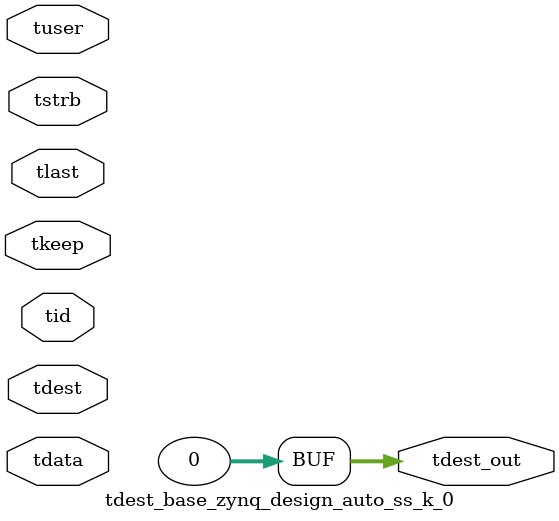
<source format=v>


`timescale 1ps/1ps

module tdest_base_zynq_design_auto_ss_k_0 #
(
parameter C_S_AXIS_TDATA_WIDTH = 32,
parameter C_S_AXIS_TUSER_WIDTH = 0,
parameter C_S_AXIS_TID_WIDTH   = 0,
parameter C_S_AXIS_TDEST_WIDTH = 0,
parameter C_M_AXIS_TDEST_WIDTH = 32
)
(
input  [(C_S_AXIS_TDATA_WIDTH == 0 ? 1 : C_S_AXIS_TDATA_WIDTH)-1:0     ] tdata,
input  [(C_S_AXIS_TUSER_WIDTH == 0 ? 1 : C_S_AXIS_TUSER_WIDTH)-1:0     ] tuser,
input  [(C_S_AXIS_TID_WIDTH   == 0 ? 1 : C_S_AXIS_TID_WIDTH)-1:0       ] tid,
input  [(C_S_AXIS_TDEST_WIDTH == 0 ? 1 : C_S_AXIS_TDEST_WIDTH)-1:0     ] tdest,
input  [(C_S_AXIS_TDATA_WIDTH/8)-1:0 ] tkeep,
input  [(C_S_AXIS_TDATA_WIDTH/8)-1:0 ] tstrb,
input                                                                    tlast,
output [C_M_AXIS_TDEST_WIDTH-1:0] tdest_out
);

assign tdest_out = {1'b0};

endmodule


</source>
